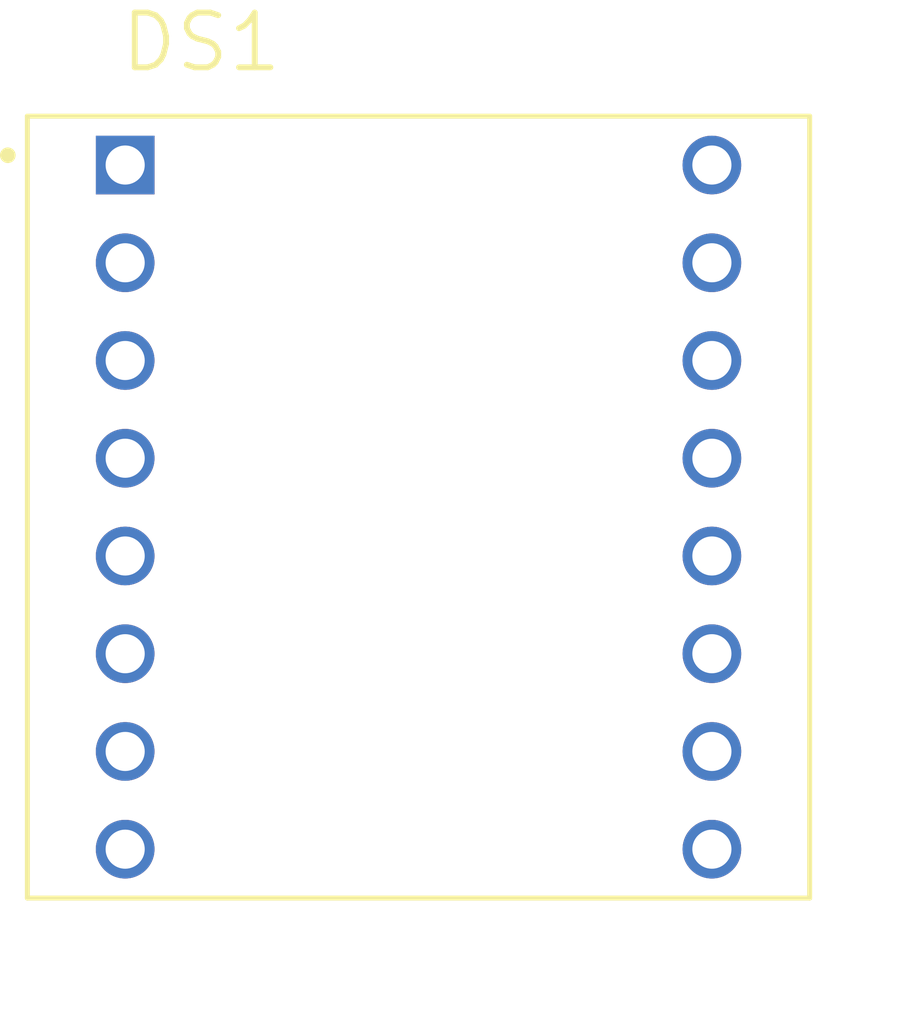
<source format=kicad_pcb>
(kicad_pcb (version 20241229) (generator "pcbnew") (generator_version "9.0")
  (layers (0 "F.Cu" signal) (2 "B.Cu" signal) (13 "F.Paste" user) (15 "B.Paste" user) (5 "F.SilkS" user "F.Silkscreen") (7 "B.SilkS" user "B.Silkscreen") (1 "F.Mask" user) (3 "B.Mask" user) (25 "Edge.Cuts" user))
  (net 0 "")
  (footprint "TA08-81GWA:DISPLAY_TA08-81GWA" (layer "F.Cu") (at 114 106.75)
    (property "Reference" "DS1" (at -5.555 -11.889 0) (layer "F.SilkS") (effects (font (size 1.4 1.4))))
    (property "Value" "TA08-81GWA")
    (fp_line (start -10 -10) (end -10 10) (stroke (width 0.127)) (layer "F.SilkS"))
    (fp_line (start -10 10) (end 10 10) (stroke (width 0.127)) (layer "F.SilkS"))
    (fp_line (start 10 -10) (end -10 -10) (stroke (width 0.127)) (layer "F.SilkS"))
    (fp_line (start 10 10) (end 10 -10) (stroke (width 0.127)) (layer "F.SilkS"))
    (fp_circle (center -10.5 -9) (end -10.4 -9) (stroke (width 0.2)) (fill no) (layer "F.SilkS"))
    (pad "1" thru_hole rect (at -7.5 -8.75) (size 1.5 1.5) (drill 1) (layers "*.Cu" "*.Mask"))
    (pad "2" thru_hole circle (at -7.5 -6.25) (size 1.5 1.5) (drill 1) (layers "*.Cu" "*.Mask"))
    (pad "3" thru_hole circle (at -7.5 -3.75) (size 1.5 1.5) (drill 1) (layers "*.Cu" "*.Mask"))
    (pad "4" thru_hole circle (at -7.5 -1.25) (size 1.5 1.5) (drill 1) (layers "*.Cu" "*.Mask"))
    (pad "5" thru_hole circle (at -7.5 1.25) (size 1.5 1.5) (drill 1) (layers "*.Cu" "*.Mask"))
    (pad "6" thru_hole circle (at -7.5 3.75) (size 1.5 1.5) (drill 1) (layers "*.Cu" "*.Mask"))
    (pad "7" thru_hole circle (at -7.5 6.25) (size 1.5 1.5) (drill 1) (layers "*.Cu" "*.Mask"))
    (pad "8" thru_hole circle (at -7.5 8.75) (size 1.5 1.5) (drill 1) (layers "*.Cu" "*.Mask"))
    (pad "9" thru_hole circle (at 7.5 8.75) (size 1.5 1.5) (drill 1) (layers "*.Cu" "*.Mask"))
    (pad "10" thru_hole circle (at 7.5 6.25) (size 1.5 1.5) (drill 1) (layers "*.Cu" "*.Mask"))
    (pad "11" thru_hole circle (at 7.5 3.75) (size 1.5 1.5) (drill 1) (layers "*.Cu" "*.Mask"))
    (pad "12" thru_hole circle (at 7.5 1.25) (size 1.5 1.5) (drill 1) (layers "*.Cu" "*.Mask"))
    (pad "13" thru_hole circle (at 7.5 -1.25) (size 1.5 1.5) (drill 1) (layers "*.Cu" "*.Mask"))
    (pad "14" thru_hole circle (at 7.5 -3.75) (size 1.5 1.5) (drill 1) (layers "*.Cu" "*.Mask"))
    (pad "15" thru_hole circle (at 7.5 -6.25) (size 1.5 1.5) (drill 1) (layers "*.Cu" "*.Mask"))
    (pad "16" thru_hole circle (at 7.5 -8.75) (size 1.5 1.5) (drill 1) (layers "*.Cu" "*.Mask"))
  )
)
</source>
